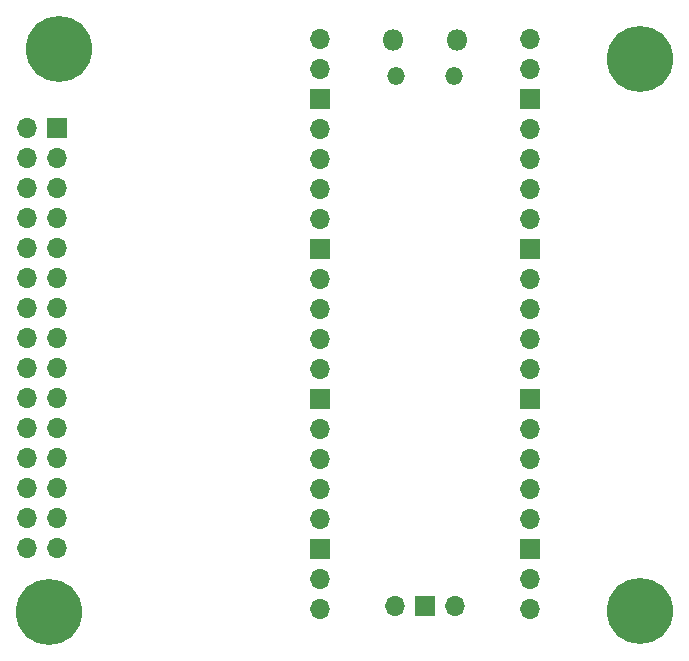
<source format=gbs>
G04 #@! TF.GenerationSoftware,KiCad,Pcbnew,(6.0.4)*
G04 #@! TF.CreationDate,2022-06-28T09:06:08+02:00*
G04 #@! TF.ProjectId,LogicAnalyzer,4c6f6769-6341-46e6-916c-797a65722e6b,rev?*
G04 #@! TF.SameCoordinates,Original*
G04 #@! TF.FileFunction,Soldermask,Bot*
G04 #@! TF.FilePolarity,Negative*
%FSLAX46Y46*%
G04 Gerber Fmt 4.6, Leading zero omitted, Abs format (unit mm)*
G04 Created by KiCad (PCBNEW (6.0.4)) date 2022-06-28 09:06:08*
%MOMM*%
%LPD*%
G01*
G04 APERTURE LIST*
%ADD10O,1.500000X1.500000*%
%ADD11O,1.800000X1.800000*%
%ADD12O,1.700000X1.700000*%
%ADD13R,1.700000X1.700000*%
%ADD14C,5.600000*%
%ADD15C,3.600000*%
G04 APERTURE END LIST*
D10*
X105760000Y-67815000D03*
D11*
X105460000Y-64785000D03*
D10*
X110610000Y-67815000D03*
D11*
X110910000Y-64785000D03*
D12*
X99295000Y-64655000D03*
X99295000Y-67195000D03*
D13*
X99295000Y-69735000D03*
D12*
X99295000Y-72275000D03*
X99295000Y-74815000D03*
X99295000Y-77355000D03*
X99295000Y-79895000D03*
D13*
X99295000Y-82435000D03*
D12*
X99295000Y-84975000D03*
X99295000Y-87515000D03*
X99295000Y-90055000D03*
X99295000Y-92595000D03*
D13*
X99295000Y-95135000D03*
D12*
X99295000Y-97675000D03*
X99295000Y-100215000D03*
X99295000Y-102755000D03*
X99295000Y-105295000D03*
D13*
X99295000Y-107835000D03*
D12*
X99295000Y-110375000D03*
X99295000Y-112915000D03*
X117075000Y-112915000D03*
X117075000Y-110375000D03*
D13*
X117075000Y-107835000D03*
D12*
X117075000Y-105295000D03*
X117075000Y-102755000D03*
X117075000Y-100215000D03*
X117075000Y-97675000D03*
D13*
X117075000Y-95135000D03*
D12*
X117075000Y-92595000D03*
X117075000Y-90055000D03*
X117075000Y-87515000D03*
X117075000Y-84975000D03*
D13*
X117075000Y-82435000D03*
D12*
X117075000Y-79895000D03*
X117075000Y-77355000D03*
X117075000Y-74815000D03*
X117075000Y-72275000D03*
D13*
X117075000Y-69735000D03*
D12*
X117075000Y-67195000D03*
X117075000Y-64655000D03*
X105645000Y-112685000D03*
D13*
X108185000Y-112685000D03*
D12*
X110725000Y-112685000D03*
D14*
X126400000Y-113100000D03*
D15*
X126400000Y-113100000D03*
D14*
X77200000Y-65500000D03*
D15*
X77200000Y-65500000D03*
X126400000Y-66400000D03*
D14*
X126400000Y-66400000D03*
X76400000Y-113200000D03*
D15*
X76400000Y-113200000D03*
D13*
X77025000Y-72200000D03*
D12*
X74485000Y-72200000D03*
X77025000Y-74740000D03*
X74485000Y-74740000D03*
X77025000Y-77280000D03*
X74485000Y-77280000D03*
X77025000Y-79820000D03*
X74485000Y-79820000D03*
X77025000Y-82360000D03*
X74485000Y-82360000D03*
X77025000Y-84900000D03*
X74485000Y-84900000D03*
X77025000Y-87440000D03*
X74485000Y-87440000D03*
X77025000Y-89980000D03*
X74485000Y-89980000D03*
X77025000Y-92520000D03*
X74485000Y-92520000D03*
X77025000Y-95060000D03*
X74485000Y-95060000D03*
X77025000Y-97600000D03*
X74485000Y-97600000D03*
X77025000Y-100140000D03*
X74485000Y-100140000D03*
X77025000Y-102680000D03*
X74485000Y-102680000D03*
X77025000Y-105220000D03*
X74485000Y-105220000D03*
X77025000Y-107760000D03*
X74485000Y-107760000D03*
M02*

</source>
